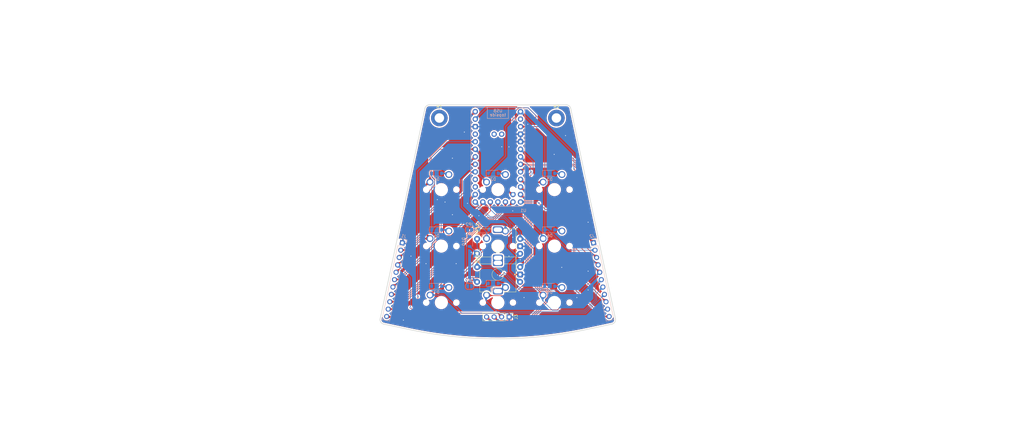
<source format=kicad_pcb>
(kicad_pcb (version 20240108) (generator "pcbnew") (generator_version "8.0")
  (layers (0 "F.Cu" signal) (31 "B.Cu" signal) (34 "B.Paste" user) (35 "F.Paste" user) (36 "B.SilkS" user "B.Silkscreen") (37 "F.SilkS" user "F.Silkscreen") (38 "B.Mask" user) (39 "F.Mask" user) (44 "Edge.Cuts" user))
  (net 0 "")
  (net 1 "col5")
  (net 2 "Net-(D1-A)")
  (net 3 "row2")
  (net 4 "row0")
  (net 5 "col4")
  (net 6 "col2")
  (net 7 "col3")
  (net 8 "row1")
  (net 9 "row3")
  (net 10 "col0")
  (net 11 "col1")
  (net 12 "col8")
  (net 13 "row5")
  (net 14 "col10")
  (net 15 "col6")
  (net 16 "GND")
  (net 17 "col9")
  (net 18 "row4")
  (net 19 "col7")
  (net 20 "col11")
  (net 21 "Net-(D2-A)")
  (net 22 "Net-(D3-A)")
  (net 23 "Net-(D4-A)")
  (net 24 "Net-(D5-A)")
  (net 27 "Net-(D6-A)")
  (net 30 "Net-(D7-A)")
  (net 32 "Net-(D8-A)")
  (net 33 "Net-(D9-A)")
  (net 34 "Net-(D10-A)")
  (net 35 "raw")
  (net 36 "rgb")
  (net 37 "sda")
  (net 38 "vcc")
  (net 39 "scl")
  (net 40 "enc1")
  (net 42 "enc0")
  (net 43 "Net-(D8-K)")
  (net 44 "Net-(D5-K)")
  (footprint "MountingHole:MountingHole_3.2mm_M3_DIN965_Pad" (layer "F.Cu") (at 217.916446 138.860167)
    (property "Reference" "H2")
    (property "Value" "MountingHole")
  )
  (footprint "PCM_marbastlib-mx:SW_MX_1u" (layer "F.Cu") (at 179.145 182.05)
    (property "Reference" "SW4" (hide yes))
    (property "Value" "SW_Push_45deg")
  )
  (footprint "PCM_marbastlib-various:ROT_Alps_EC11E-Switch" (layer "F.Cu") (at 198.195 182.1125 90)
    (property "Reference" "SW11")
    (property "Value" "RotaryEncoder_Switch")
  )
  (footprint "Connector_PinHeader_2.54mm:PinHeader_1x04_P2.54mm_Vertical" (layer "F.Cu") (at 201.995 205.925 -90)
    (property "Reference" "J3")
    (property "Value" "Conn_01x04")
  )
  (footprint "PCM_marbastlib-mx:SW_MX_1u" (layer "F.Cu") (at 198.195 201.1)
    (property "Reference" "SW8" (hide yes))
    (property "Value" "SW_Push_45deg")
  )
  (footprint "MountingHole:MountingHole_3.2mm_M3_DIN965_Pad" (layer "F.Cu") (at 178.485446 138.860167)
    (property "Reference" "H1")
    (property "Value" "MountingHole")
  )
  (footprint "PCM_marbastlib-mx:SW_MX_1u" (layer "F.Cu") (at 198.195 163)
    (property "Reference" "SW2" (hide yes))
    (property "Value" "SW_Push_45deg")
  )
  (footprint "PCM_marbastlib-various:ROT_Alps_EC11E-Switch" (layer "F.Cu") (at 198.195 191.6375 90)
    (property "Reference" "SW10")
    (property "Value" "RotaryEncoder_Switch")
  )
  (footprint "PCM_marbastlib-mx:SW_MX_1u" (layer "F.Cu") (at 217.245 182.05)
    (property "Reference" "SW6" (hide yes))
    (property "Value" "SW_Push_45deg")
  )
  (footprint "PCM_marbastlib-mx:SW_MX_1u" (layer "F.Cu") (at 217.245 163)
    (property "Reference" "SW3" (hide yes))
    (property "Value" "SW_Push_45deg")
  )
  (footprint "PCM_marbastlib-mx:SW_MX_1u" (layer "F.Cu") (at 179.145 163)
    (property "Reference" "SW1" (hide yes))
    (property "Value" "SW_Push_45deg")
  )
  (footprint "PCM_marbastlib-mx:SW_MX_1u" (layer "F.Cu") (at 217.245 201.1)
    (property "Reference" "SW9" (hide yes))
    (property "Value" "SW_Push_45deg")
  )
  (footprint "PCM_marbastlib-mx:SW_MX_1u" (layer "F.Cu") (at 179.145 201.1)
    (property "Reference" "SW7" (hide yes))
    (property "Value" "SW_Push_45deg")
  )
  (footprint "PCM_marbastlib-mx:SW_MX_1u" (layer "F.Cu") (at 198.195 182.05)
    (property "Reference" "SW5" (hide yes))
    (property "Value" "SW_Push_45deg")
  )
  (footprint "Connector_PinHeader_2.54mm:PinHeader_1x11_P2.54mm_Vertical" (layer "B.Cu") (at 230.399607 180.945708 -168)
    (property "Reference" "J2")
    (property "Value" "Conn_01x11")
  )
  (footprint "Connector_PinHeader_2.54mm:PinHeader_1x11_P2.54mm_Vertical" (layer "B.Cu") (at 166.008871 180.945708 168)
    (property "Reference" "J1")
    (property "Value" "Conn_01x11")
  )
  (footprint "Jumper:SolderJumper-2_P1.3mm_Open_RoundedPad1.0x1.5mm" (layer "B.Cu") (at 188.67 176.55625 180)
    (property "Reference" "JP2")
    (property "Value" "SolderJumper_2_Open")
  )
  (footprint "Diode_SMD:D_SOD-123" (layer "B.Cu") (at 177.5575 176.55625)
    (property "Reference" "D4")
    (property "Value" "D")
  )
  (footprint "Diode_SMD:D_SOD-123" (layer "B.Cu") (at 177.5575 195.60625)
    (property "Reference" "D7")
    (property "Value" "D")
  )
  (footprint "Diode_SMD:D_SOD-123" (layer "B.Cu") (at 215.6575 157.50625)
    (property "Reference" "D3")
    (property "Value" "D")
  )
  (footprint "Diode_SMD:D_SOD-123" (layer "B.Cu") (at 196.6075 157.50625)
    (property "Reference" "D2")
    (property "Value" "D")
  )
  (footprint "PCM_marbastlib-xp-promicroish:Helios_AH_USBup" (layer "B.Cu") (at 198.200946 153.2 180)
    (property "Reference" "U1")
    (property "Value" "Helios")
  )
  (footprint "Diode_SMD:D_SOD-123" (layer "B.Cu") (at 215.6575 176.55625)
    (property "Reference" "D6")
    (property "Value" "D")
  )
  (footprint "Jumper:SolderJumper-2_P1.3mm_Open_RoundedPad1.0x1.5mm" (layer "B.Cu") (at 188.67 195.60625 180)
    (property "Reference" "JP1")
    (property "Value" "SolderJumper_2_Open")
  )
  (footprint "Diode_SMD:D_SOD-123" (layer "B.Cu") (at 215.6575 195.60625)
    (property "Reference" "D9")
    (property "Value" "D")
  )
  (footprint "Diode_SMD:D_SOD-123" (layer "B.Cu") (at 196.6075 194.6)
    (property "Reference" "D8")
    (property "Value" "D")
  )
  (footprint "Diode_SMD:D_SOD-123" (layer "B.Cu") (at 177.5575 157.50625)
    (property "Reference" "D1")
    (property "Value" "D")
  )
  (footprint "Diode_SMD:D_SOD-123" (layer "B.Cu") (at 193.495 176.55625)
    (property "Reference" "D5")
    (property "Value" "D")
  )
  (footprint "Diode_SMD:D_SOD-123" (layer "B.Cu") (at 188.67 180.525 -90)
    (property "Reference" "D10")
    (property "Value" "D")
  )
  (gr_line (start 175.097744 134.423367) (end 221.249147 134.423367) (stroke (width 0.2)) (layer "Edge.Cuts"))
  (gr_arc (start 221.249147 134.423367) (mid 222.193127 134.757648) (end 222.716368 135.611499) (stroke (width 0.2)) (layer "Edge.Cuts"))
  (gr_line (start 159.711541 208.342098) (end 168.175247 210.141117) (stroke (width 0.2)) (layer "Edge.Cuts"))
  (gr_line (start 158.551295 206.553872) (end 173.630547 135.611467) (stroke (width 0.2)) (layer "Edge.Cuts"))
  (gr_arc (start 228.171647 210.141116) (mid 198.173487 213.294063) (end 168.175326 210.141133) (stroke (width 0.2)) (layer "Edge.Cuts"))
  (gr_arc (start 159.704979 208.340718) (mid 158.75884 207.690455) (end 158.549626 206.561629) (stroke (width 0.2)) (layer "Edge.Cuts"))
  (gr_arc (start 173.630526 135.611499) (mid 174.153765 134.757648) (end 175.097744 134.423367) (stroke (width 0.2)) (layer "Edge.Cuts"))
  (gr_line (start 236.641915 208.340718) (end 228.171647 210.141116) (stroke (width 0.2)) (layer "Edge.Cuts"))
  (gr_line (start 222.716368 135.611499) (end 237.798808 206.56897) (stroke (width 0.2)) (layer "Edge.Cuts"))
  (gr_arc (start 237.797268 206.561629) (mid 237.588038 207.690436) (end 236.641915 208.340718) (stroke (width 0.2)) (layer "Edge.Cuts"))
  (segment (start 176.8011 181.8989) (end 176.8011 181.079125) (width 0.2) (layer "F.Cu") (net 1))
  (segment (start 176.3 182.4) (end 176.8011 181.8989) (width 0.2) (layer "F.Cu") (net 1))
  (segment (start 176.8011 181.079125) (end 179.360225 178.52) (width 0.2) (layer "F.Cu") (net 1))
  (segment (start 193.120946 167.779054) (end 193.120946 167.17) (width 0.2) (layer "F.Cu") (net 1))
  (segment (start 182.38 178.52) (end 193.120946 167.779054) (width 0.2) (layer "F.Cu") (net 1))
  (segment (start 179.360225 178.52) (end 182.38 178.52) (width 0.2) (layer "F.Cu") (net 1))
  (segment (start 176.292974 182.4) (end 176.3 182.4) (width 0.2) (layer "F.Cu") (net 1))
  (segment (start 162.840297 195.852677) (end 176.292974 182.4) (width 0.2) (layer "F.Cu") (net 1))
  (segment (start 193.120946 167.17) (end 197.575946 171.625) (width 0.2) (layer "B.Cu") (net 1))
  (segment (start 213.435 178.61) (end 213.435 179.51) (width 0.2) (layer "B.Cu") (net 1))
  (segment (start 206.45 171.625) (end 213.435 178.61) (width 0.2) (layer "B.Cu") (net 1))
  (segment (start 197.575946 171.625) (end 206.45 171.625) (width 0.2) (layer "B.Cu") (net 1))
  (segment (start 181.27125 157.50625) (end 181.685 157.92) (width 0.2) (layer "B.Cu") (net 2))
  (segment (start 179.2075 157.50625) (end 181.27125 157.50625) (width 0.2) (layer "B.Cu") (net 2))
  (segment (start 183.717588 180.825) (end 186.475306 180.825) (width 0.2) (layer "F.Cu") (net 3))
  (segment (start 161.25601 203.306162) (end 163.994144 203.306162) (width 0.2) (layer "F.Cu") (net 3))
  (segment (start 182.575153 181.967435) (end 183.717588 180.825) (width 0.2) (layer "F.Cu") (net 3))
  (segment (start 194.275305 173.025) (end 196.71884 173.025) (width 0.2) (layer "F.Cu") (net 3))
  (segment (start 182.575153 184.725153) (end 182.575153 181.967435) (width 0.2) (layer "F.Cu") (net 3))
  (segment (start 186.475306 180.825) (end 186.487653 180.812653) (width 0.2) (layer "F.Cu") (net 3))
  (segment (start 193.982412 173.317893) (end 194.275305 173.025) (width 0.2) (layer "F.Cu") (net 3))
  (segment (start 196.71884 173.025) (end 200.740946 169.002894) (width 0.2) (layer "F.Cu") (net 3))
  (segment (start 200.740946 169.002894) (end 200.740946 167.17) (width 0.2) (layer "F.Cu") (net 3))
  (segment (start 163.994144 203.306162) (end 182.575153 184.725153) (width 0.2) (layer "F.Cu") (net 3))
  (segment (start 186.487653 180.812653) (end 193.982412 173.317893) (width 0.2) (layer "F.Cu") (net 3))
  (segment (start 162.312201 198.337172) (end 167.548922 198.337172) (width 0.2) (layer "F.Cu") (net 4))
  (segment (start 183.303374 179.825) (end 186.061093 179.825) (width 0.2) (layer "F.Cu") (net 4))
  (segment (start 192.184099 173.701994) (end 192.184099 173.701992) (width 0.2) (layer "F.Cu") (net 4))
  (segment (start 181.575153 184.310941) (end 181.575153 181.553221) (width 0.2) (layer "F.Cu") (net 4))
  (segment (start 167.548922 198.337172) (end 181.575153 184.310941) (width 0.2) (layer "F.Cu") (net 4))
  (segment (start 181.575153 181.553221) (end 183.303374 179.825) (width 0.2) (layer "F.Cu") (net 4))
  (segment (start 192.184099 173.701992) (end 195.660946 170.225145) (width 0.2) (layer "F.Cu") (net 4))
  (segment (start 186.061093 179.825) (end 192.184099 173.701994) (width 0.2) (layer "F.Cu") (net 4))
  (segment (start 195.660946 170.225145) (end 195.660946 167.17) (width 0.2) (layer "F.Cu") (net 4))
  (segment (start 189.515 157.01) (end 190.580946 157.01) (width 0.2) (layer "F.Cu") (net 5))
  (segment (start 176.3011 180.872019) (end 179.08656 178.086559) (width 0.2) (layer "F.Cu") (net 5))
  (segment (start 179.08656 178.086559) (end 179.08656 171.61344) (width 0.2) (layer "F.Cu") (net 5))
  (segment (start 179.08656 171.61344) (end 186.9 163.8) (width 0.2) (layer "F.Cu") (net 5))
  (segment (start 176.3011 181.637558) (end 176.3011 180.872019) (width 0.2) (layer "F.Cu") (net 5))
  (segment (start 163.368394 193.368183) (end 164.570475 193.368183) (width 0.2) (layer "F.Cu") (net 5))
  (segment (start 186.9 159.625) (end 189.515 157.01) (width 0.2) (layer "F.Cu") (net 5))
  (segment (start 186.9 163.8) (end 186.9 159.625) (width 0.2) (layer "F.Cu") (net 5))
  (segment (start 164.570475 193.368183) (end 176.3011 181.637558) (width 0.2) (layer "F.Cu") (net 5))
  (segment (start 188.665 157.01) (end 190.580946 157.01) (width 0.2) (layer "B.Cu") (net 5))
  (segment (start 185.9 168.825) (end 185.9 159.775) (width 0.2) (layer "B.Cu") (net 5))
  (segment (start 194.385 177.31) (end 185.9 168.825) (width 0.2) (layer "B.Cu") (net 5))
  (segment (start 185.9 159.775) (end 188.665 157.01) (width 0.2) (layer "B.Cu") (net 5))
  (segment (start 194.385 179.51) (end 194.385 177.31) (width 0.2) (layer "B.Cu") (net 5))
  (segment (start 215.290623 196.809378) (end 215.985 197.503755) (width 0.2) (layer "F.Cu") (net 6))
  (segment (start 164.424584 188.399193) (end 166.749742 186.074035) (width 0.2) (layer "F.Cu") (net 6))
  (segment (start 219.6 202.2) (end 218.244188 203.555812) (width 0.2) (layer "F.Cu") (net 6))
  (segment (start 212.948159 195.951841) (end 214.433087 195.951841) (width 0.2) (layer "F.Cu") (net 6))
  (segment (start 215.985 197.503755) (end 216.96353 197.503755) (width 0.2) (layer "F.Cu") (net 6))
  (segment (start 182.5 162.992588) (end 173.85 171.642588) (width 0.2) (layer "F.Cu") (net 6))
  (segment (start 214.433087 195.951841) (end 215.290623 196.809378) (width 0.2) (layer "F.Cu") (net 6))
  (segment (start 174.075 208.175) (end 168.7 202.8) (width 0.2) (layer "F.Cu") (net 6))
  (segment (start 184.292893 160.492588) (end 184.292893 158.218053) (width 0.2) (layer "F.Cu") (net 6))
  (segment (start 184.292893 160.492588) (end 182.5 162.285481) (width 0.2) (layer "F.Cu") (net 6))
  (segment (start 166.749742 184.824742) (end 166.749743 184.824742) (width 0.2) (layer "F.Cu") (net 6))
  (segment (start 173.774742 177.799742) (end 173.85 177.724485) (width 0.2) (layer "F.Cu") (net 6))
  (segment (start 166.749742 186.074035) (end 166.749742 184.824742) (width 0.2) (layer "F.Cu") (net 6))
  (segment (start 212.855813 203.555812) (end 208.236625 208.175) (width 0.2) (layer "F.Cu") (net 6))
  (segment (start 209.620946 162.647709) (end 209.620946 191.8) (width 0.2) (layer "F.Cu") (net 6))
  (segment (start 218.244188 203.555812) (end 212.855813 203.555812) (width 0.2) (layer "F.Cu") (net 6))
  (segment (start 213.435 160.46) (end 211.808655 160.46) (width 0.2) (layer "F.Cu") (net 6))
  (segment (start 182.5 162.285481) (end 182.5 162.992588) (width 0.2) (layer "F.Cu") (net 6))
  (segment (start 166.749743 184.824742) (end 173.774742 177.799742) (width 0.2) (layer "F.Cu") (net 6))
  (segment (start 209.620946 191.8) (end 209.620946 192.624628) (width 0.2) (layer "F.Cu") (net 6))
  (segment (start 173.85 177.724485) (end 173.85 171.642588) (width 0.2) (layer "F.Cu") (net 6))
  (segment (start 175.175 208.175) (end 174.075 208.175) (width 0.2) (layer "F.Cu") (net 6))
  (segment (start 216.96353 197.503755) (end 219.6 200.140225) (width 0.2) (layer "F.Cu") (net 6))
  (segment (start 219.6 200.140225) (end 219.6 202.2) (width 0.2) (layer "F.Cu") (net 6))
  (segment (start 184.292893 158.218053) (end 190.580946 151.93) (width 0.2) (layer "F.Cu") (net 6))
  (segment (start 208.236625 208.175) (end 175.175 208.175) (width 0.2) (layer "F.Cu") (net 6))
  (segment (start 209.620946 192.624628) (end 212.948159 195.951841) (width 0.2) (layer "F.Cu") (net 6))
  (segment (start 211.808655 160.46) (end 209.620946 162.647709) (width 0.2) (layer "F.Cu") (net 6))
  (via (at 168.7 202.8) (size 0.6) (drill 0.3) (layers "F.Cu" "B.Cu") (net 6))
  (segment (start 168.7 192.674609) (end 164.424584 188.399193) (width 0.2) (layer "B.Cu") (net 6))
  (segment (start 168.7 202.8) (end 168.7 192.674609) (width 0.2) (layer "B.Cu") (net 6))
  (segment (start 175.335 179.51) (end 174.35 178.525) (width 0.2) (layer "F.Cu") (net 7))
  (segment (start 163.896488 190.883688) (end 167.249742 187.530434) (width 0.2) (layer "F.Cu") (net 7))
  (segment (start 183 163.199694) (end 183 162.492588) (width 0.2) (layer "F.Cu") (net 7))
  (segment (start 167.249742 187.530434) (end 167.249742 185.031849) (width 0.2) (layer "F.Cu") (net 7))
  (segment (start 188.748052 154.47) (end 190.580946 154.47) (width 0.2) (layer "F.Cu") (net 7))
  (segment (start 174.35 178.525) (end 174.35 171.849694) (width 0.2) (layer "F.Cu") (net 7))
  (segment (start 183 162.492588) (end 184.792893 160.699695) (width 0.2) (layer "F.Cu") (net 7))
  (segment (start 174.35 171.849694) (end 183 163.199694) (width 0.2) (layer "F.Cu") (net 7))
  (segment (start 184.792893 158.425159) (end 188.748052 154.47) (width 0.2) (layer "F.Cu") (net 7))
  (segment (start 172.77159 179.51) (end 175.335 179.51) (width 0.2) (layer "F.Cu") (net 7))
  (segment (start 171.990795 180.290795) (end 172.77159 179.51) (width 0.2) (layer "F.Cu") (net 7))
  (segment (start 167.249742 185.031849) (end 171.990795 180.290795) (width 0.2) (layer "F.Cu") (net 7))
  (segment (start 184.792893 160.699695) (end 184.792893 158.425159) (width 0.2) (layer "F.Cu") (net 7))
  (segment (start 186.268199 180.325) (end 192.684099 173.9091) (width 0.2) (layer "F.Cu") (net 8))
  (segment (start 192.684099 173.909099) (end 194.068198 172.525) (width 0.2) (layer "F.Cu") (net 8))
  (segment (start 161.784105 200.821667) (end 165.771533 200.821667) (width 0.2) (layer "F.Cu") (net 8))
  (segment (start 165.771533 200.821667) (end 182.075153 184.518047) (width 0.2) (layer "F.Cu") (net 8))
  (segment (start 182.075153 184.518047) (end 182.075153 181.760328) (width 0.2) (layer "F.Cu") (net 8))
  (segment (start 182.075153 181.760328) (end 183.510481 180.325) (width 0.2) (layer "F.Cu") (net 8))
  (segment (start 196.511734 172.525) (end 198.200946 170.835788) (width 0.2) (layer "F.Cu") (net 8))
  (segment (start 192.684099 173.9091) (end 192.684099 173.909099) (width 0.2) (layer "F.Cu") (net 8))
  (segment (start 198.200946 170.835788) (end 198.200946 167.17) (width 0.2) (layer "F.Cu") (net 8))
  (segment (start 194.068198 172.525) (end 196.511734 172.525) (width 0.2) (layer "F.Cu") (net 8))
  (segment (start 183.510481 180.325) (end 186.268199 180.325) (width 0.2) (layer "F.Cu") (net 8))
  (segment (start 194.482412 173.525) (end 162.216755 205.790657) (width 0.2) (layer "F.Cu") (net 9))
  (segment (start 162.216755 205.790657) (end 160.727914 205.790657) (width 0.2) (layer "F.Cu") (net 9))
  (segment (start 196.925946 173.525) (end 194.482412 173.525) (width 0.2) (layer "F.Cu") (net 9))
  (segment (start 203.280946 167.17) (end 196.925946 173.525) (width 0.2) (layer "F.Cu") (net 9))
  (segment (start 172.84 162.492588) (end 174.872588 160.46) (width 0.2) (layer "F.Cu") (net 10))
  (segment (start 166.682856 183.430203) (end 172.84 177.273059) (width 0.2) (layer "F.Cu") (net 10))
  (segment (start 175.335 160.46) (end 175.335 151.935946) (width 0.2) (layer "F.Cu") (net 10))
  (segment (start 172.84 177.273059) (end 172.84 162.492588) (width 0.2) (layer "F.Cu") (net 10))
  (segment (start 174.872588 160.46) (end 175.335 160.46) (width 0.2) (layer "F.Cu") (net 10))
  (segment (start 175.335 151.935946) (end 190.580946 136.69) (width 0.2) (layer "F.Cu") (net 10))
  (segment (start 165.480775 183.430203) (end 166.682856 183.430203) (width 0.2) (layer "F.Cu") (net 10))
  (segment (start 175.835 158.45) (end 175.835 152.143052) (width 0.2) (layer "F.Cu") (net 11))
  (segment (start 173.35 165.447412) (end 175.29 163.507412) (width 0.2) (layer "F.Cu") (net 11))
  (segment (start 176.885 161.63) (end 176.885 159.5) (width 0.2) (layer "F.Cu") (net 11))
  (segment (start 164.95268 185.914698) (end 173.35 177.517378) (width 0.2) (layer "F.Cu") (net 11))
  (segment (start 176.885 159.5) (end 175.835 158.45) (width 0.2) (layer "F.Cu") (net 11))
  (segment (start 175.29 163.507412) (end 175.29 163.225) (width 0.2) (layer "F.Cu") (net 11))
  (segment (start 178.588052 149.39) (end 190.580946 149.39) (width 0.2) (layer "F.Cu") (net 11))
  (segment (start 175.835 152.143052) (end 178.588052 149.39) (width 0.2) (layer "F.Cu") (net 11))
  (segment (start 175.29 163.225) (end 176.885 161.63) (width 0.2) (layer "F.Cu") (net 11))
  (segment (start 173.35 177.517378) (end 173.35 165.447412) (width 0.2) (layer "F.Cu") (net 11))
  (segment (start 194.385 160.46) (end 191.880946 157.955946) (width 0.2) (layer "B.Cu") (net 11))
  (segment (start 191.880946 150.69) (end 190.580946 149.39) (width 0.2) (layer "B.Cu") (net 11))
  (segment (start 191.880946 157.955946) (end 191.880946 150.69) (width 0.2) (layer "B.Cu") (net 11))
  (segment (start 208.120946 193.245946) (end 213.435 198.56) (width 0.2) (layer "F.Cu") (net 12))
  (segment (start 208.120946 161.85) (end 208.120946 193.245946) (width 0.2) (layer "F.Cu") (net 12))
  (segment (start 205.820946 159.55) (end 208.120946 161.85) (width 0.2) (layer "F.Cu") (net 12))
  (segment (start 227.344237 203.675) (end 230.95 200.069237) (width 0.2) (layer "B.Cu") (net 12))
  (segment (start 213.435 200.604775) (end 216.505225 203.675) (width 0.2) (layer "B.Cu") (net 12))
  (segment (start 213.435 198.56) (end 213.435 200.604775) (width 0.2) (layer "B.Cu") (net 12))
  (segment (start 230.95 200.069237) (end 230.95 195.45827) (width 0.2) (layer "B.Cu") (net 12))
  (segment (start 216.505225 203.675) (end 227.344237 203.675) (width 0.2) (layer "B.Cu") (net 12))
  (segment (start 230.95 195.45827) (end 233.040086 193.368184) (width 0.2) (layer "B.Cu") (net 12))
  (segment (start 200.3 191.1) (end 198.6625 192.7375) (width 0.2) (layer "F.Cu") (net 13))
  (segment (start 198.6625 192.7375) (end 188.223004 192.7375) (width 0.2) (layer "F.Cu") (net 13))
  (segment (start 188.223004 192.7375) (end 187.560504 193.4) (width 0.2) (layer "F.Cu") (net 13))
  (via (at 200.3 191.1) (size 0.6) (drill 0.3) (layers "F.Cu" "B.Cu") (net 13))
  (via (at 187.560504 193.4) (size 0.6) (drill 0.3) (layers "F.Cu" "B.Cu") (net 13))
  (segment (start 200.770946 141.74) (end 205.820946 136.69) (width 0.2) (layer "B.Cu") (net 13))
  (segment (start 214.0075 162.079532) (end 214.985 161.102032) (width 0.2) (layer "B.Cu") (net 13))
  (segment (start 200.5 191.3) (end 200.3 191.1) (width 0.2) (layer "B.Cu") (net 13))
  (segment (start 175.9075 158.840468) (end 175.9075 157.50625) (width 0.2) (layer "B.Cu") (net 13))
  (segment (start 176.885 178.867968) (end 175.9075 177.890468) (width 0.2) (layer "B.Cu") (net 13))
  (segment (start 214.0075 158.8675) (end 214.0075 157.50625) (width 0.2) (layer "B.Cu") (net 13))
  (segment (start 214.0075 181.129532) (end 214.985 180.152032) (width 0.2) (layer "B.Cu") (net 13))
  (segment (start 214.0075 176.55625) (end 215.066025 176.55625) (width 0.2) (layer "B.Cu") (net 13))
  (segment (start 214.0075 157.50625) (end 214.0075 144.876554) (width 0.2) (layer "B.Cu") (net 13))
  (segment (start 176.885 159.817968) (end 175.9075 158.840468) (width 0.2) (layer "B.Cu") (net 13))
  (segment (start 205.927601 196.35) (end 200.877601 191.3) (width 0.2) (layer "B.Cu") (net 13))
  (segment (start 214.042032 158.875) (end 214 158.875) (width 0.2) (layer "B.Cu") (net 13))
  (segment (start 188.02 178.225) (end 188.67 178.875) (width 0.2) (layer "B.Cu") (net 13))
  (segment (start 186.56375 175.1) (end 177.36375 175.1) (width 0.2) (layer "B.Cu") (net 13))
  (segment (start 215.066025 176.55625) (end 221.939978 183.430203) (width 0.2) (layer "B.Cu") (net 13))
  (segment (start 175.9075 181.129532) (end 176.885 180.152032) (width 0.2) (layer "B.Cu") (net 13))
  (segment (start 214.985 180.152032) (end 214.985 178.867968) (width 0.2) (layer "B.Cu") (net 13))
  (segment (start 187.560504 195.146754) (end 187.560504 193.4) (width 0.2) (layer "B.Cu") (net 13))
  (segment (start 188.02 195.60625) (end 187.560504 195.146754) (width 0.2) (layer "B.Cu") (net 13))
  (segment (start 176.885 180.152032) (end 176.885 178.867968) (width 0.2) (layer "B.Cu") (net 13))
  (segment (start 200.770946 151.692804) (end 200.770946 141.74) (width 0.2) (layer "B.Cu") (net 13))
  (segment (start 200.877601 191.3) (end 200.5 191.3) (width 0.2) (layer "B.Cu") (net 13))
  (segment (start 194.9575 157.50625) (end 200.770946 151.692804) (width 0.2) (layer "B.Cu") (net 13))
  (segment (start 214.0075 177.890468) (end 214.0075 176.55625) (width 0.2) (layer "B.Cu") (net 13))
  (segment (start 214.985 159.817968) (end 214.042032 158.875) (width 0.2) (layer "B.Cu") (net 13))
  (segment (start 214.985 178.867968) (end 214.0075 177.890468) (width 0.2) (layer "B.Cu") (net 13))
  (segment (start 177.36375 175.1) (end 175.9075 176.55625) (width 0.2) (layer "B.Cu") (net 13))
  (segment (start 213.26375 196.35) (end 211.4 196.35) (width 0.2) (layer "B.Cu") (net 13))
  (segment (start 188.02 176.55625) (end 186.56375 175.1) (width 0.2) (layer "B.Cu") (net 13))
  (segment (start 187.560504 193.4) (end 187.560504 179.984496) (width 0.2) (layer "B.Cu") (net 13))
  (segment (start 214.0075 195.60625) (end 214.0075 181.129532) (width 0.2) (layer "B.Cu") (net 13))
  (segment (start 175.9075 162.079532) (end 176.885 161.102032) (width 0.2) (layer "B.Cu") (net 13))
  (segment (start 214.985 161.102032) (end 214.985 159.817968) (width 0.2) (layer "B.Cu") (net 13))
  (segment (start 214.0075 176.55625) (end 214.0075 162.079532) (width 0.2) (layer "B.Cu") (net 13))
  (segment (start 214.0075 144.876554) (end 205.820946 136.69) (width 0.2) (layer "B.Cu") (net 13))
  (segment (start 187.560504 179.984496) (end 188.67 178.875) (width 0.2) (layer "B.Cu") (net 13))
  (segment (start 214 158.875) (end 214.0075 158.8675) (width 0.2) (layer "B.Cu") (net 13))
  (segment (start 221.939978 183.430203) (end 230.927702 183.430203) (width 0.2) (layer "B.Cu") (net 13))
  (segment (start 175.9075 177.890468) (end 175.9075 176.55625) (width 0.2) (layer "B.Cu") (net 13))
  (segment (start 175.9075 195.60625) (end 175.9075 181.129532) (width 0.2) (layer "B.Cu") (net 13))
  (segment (start 175.9075 176.55625) (end 175.9075 162.079532) (width 0.2) (layer "B.Cu") (net 13))
  (segment (start 176.885 161.102032) (end 176.885 159.817968) (width 0.2) (layer "B.Cu") (net 13))
  (segment (start 211.4 196.35) (end 205.927601 196.35) (width 0.2) (layer "B.Cu") (net 13))
  (segment (start 188.02 176.55625) (end 188.02 178.225) (width 0.2) (layer "B.Cu") (net 13))
  (segment (start 214.0075 195.60625) (end 213.26375 196.35) (width 0.2) (layer "B.Cu") (net 13))
  (segment (start 224.025212 154.47) (end 205.820946 154.47) (width 0.2) (layer "F.Cu") (net 14))
  (segment (start 225.25 181.665299) (end 225.25 155.694788) (width 0.2) (layer "F.Cu") (net 14))
  (segment (start 225.25 155.694788) (end 224.025212 154.47) (width 0.2) (layer "F.Cu") (net 14))
  (segment (start 231.983894 188.399193) (end 225.25 181.665299) (width 0.2) (layer "F.Cu") (net 14))
  (segment (start 197.224125 179.7061) (end 192.595 184.335225) (width 0.2) (layer "F.Cu") (net 15))
  (segment (start 192.595 184.335225) (end 192.595 185.192399) (width 0.2) (layer "F.Cu") (net 15))
  (segment (start 183.562399 194.225) (end 179.67 194.225) (width 0.2) (layer "F.Cu") (net 15))
  (segment (start 192.595 185.192399) (end 183.562399 194.225) (width 0.2) (layer "F.Cu") (net 15))
  (segment (start 205.820946 164.63) (end 207.120946 165.93) (width 0.2) (layer "F.Cu") (net 15))
  (segment (start 207.120946 165.93) (end 207.120946 172.776086) (width 0.2) (layer "F.Cu") (net 15))
  (segment (start 179.67 194.225) (end 175.335 198.56) (width 0.2) (layer "F.Cu") (net 15))
  (segment (start 200.190932 179.7061) (end 197.224125 179.7061) (width 0.2) (layer "F.Cu") (net 15))
  (segment (start 207.120946 172.776086) (end 200.190932 179.7061) (width 0.2) (layer "F.Cu") (net 15))
  (segment (start 179.919775 198.56) (end 186.034775 204.675) (width 0.2) (layer "B.Cu") (net 15))
  (segment (start 175.335 198.56) (end 179.919775 198.56) (width 0.2) (layer "B.Cu") (net 15))
  (segment (start 227.758449 204.675) (end 234.096277 198.337172) (width 0.2) (layer "B.Cu") (net 15))
  (segment (start 186.034775 204.675) (end 227.758449 204.675) (width 0.2) (layer "B.Cu") (net 15))
  (segment (start 184.15 171.45) (end 187.96 167.64) (width 0.2) (layer "F.Cu") (net 16))
  (segment (start 182.88 171.45) (end 184.15 171.45) (width 0.2) (layer "F.Cu") (net 16))
  (segment (start 201.93 148.59) (end 199.39 148.59) (width 0.2) (layer "F.Cu") (net 16))
  (via (at 228.6 196.85) (size 0.6) (drill 0.3) (layers "F.Cu" "B.Cu") (net 16))
  (via (at 228.6 190.5) (size 0.6) (drill 0.3) (layers "F.Cu" "B.Cu") (net 16))
  (via (at 189.23 184.15) (size 0.6) (drill 0.3) (layers "F.Cu" "B.Cu") (net 16))
  (via (at 224.79 199.39) (size 0.6) (drill 0.3) (layers "F.Cu" "B.Cu") (net 16))
  (via (at 217.17 151.13) (size 0.6) (drill 0.3) (layers "F.Cu" "B.Cu") (net 16))
  (via (at 203.2 179.07) (size 0.6) (drill 0.3) (layers "F.Cu" "B.Cu") (net 16))
  (via (at 184.15 187.96) (size 0.6) (drill 0.3) (layers "F.Cu" "B.Cu") (net 16))
  (via (at 205.74 186.69) (size 0.6) (drill 0.3) (layers "F.Cu" "B.Cu") (net 16))
  (via (at 208.28 140.97) (size 0.6) (drill 0.3) (layers "F.Cu" "B.Cu") (net 16))
  (via (at 201.93 185.42) (size 0.6) (drill 0.3) (layers "F.Cu" "B.Cu") (net 16))
  (via (at 219.71 189.23) (size 0.6) (drill 0.3) (layers "F.Cu" "B.Cu") (net 16))
  (via (at 177.8 166.37) (size 0.6) (drill 0.3) (layers "F.Cu" "B.Cu") (net 16))
  (via (at 220.98 144.78) (size 0.6) (drill 0.3) (layers "F.Cu" "B.Cu") (net 16))
  (via (at 201.93 148.59) (size 0.6) (drill 0.3) (layers "F.Cu" "B.Cu") (net 16))
  (via (at 187.96 167.64) (size 0.6) (drill 0.3) (layers "F.Cu" "B.Cu") (net 16))
  (via (at 173.99 187.96) (size 0.6) (drill 0.3) (layers "F.Cu" "B.Cu") (net 16))
  (via (at 186.9 143.6) (size 0.6) (drill 0.3) (layers "F.Cu" "B.Cu") (net 16))
  (via (at 198.12 191.77) (size 0.6) (drill 0.3) (layers "F.Cu" "B.Cu") (net 16))
  (via (at 228.6 173.99) (size 0.6) (drill 0.3) (layers "F.Cu" "B.Cu") (net 16))
  (via (at 203.2 170.18) (size 0.6) (drill 0.3) (layers "F.Cu" "B.Cu") (net 16))
  (via (at 182.88 171.45) (size 0.6) (drill 0.3) (layers "F.Cu" "B.Cu") (net 16))
  (via (at 199.503327 148.556122) (size 0.6) (drill 0.3) (layers "F.Cu" "B.Cu") (net 16))
  (via (at 207.01 199.39) (size 0.6) (drill 0.3) (layers "F.Cu" "B.Cu") (net 16))
  (via (at 191.8 171.8) (size 0.6) (drill 0.3) (layers "F.Cu" "B.Cu") (net 16))
  (via (at 168.91 185.42) (size 0.6) (drill 0.3) (layers "F.Cu" "B.Cu") (net 16))
  (via (at 166.37 207.01) (size 0.6) (drill 0.3) (layers "F.Cu" "B.Cu") (net 16))
  (via (at 180.4 167.2) (size 0.6) (drill 0.3) (layers "F.Cu" "B.Cu") (net 16))
  (via (at 182.88 152.4) (size 0.6) (drill 0.3) (layers "F.Cu" "B.Cu") (net 16))
  (segment (start 205.695 182.1125) (end 207.095 183.5125) (width 0.2) (layer "B.Cu") (net 16))
  (segment (start 205.820946 144.31) (end 208.28 141.850946) (width 0.2) (layer "B.Cu") (net 16))
  (segment (start 204.295 190.2375) (end 205.695 191.6375) (width 0.2) (layer "B.Cu") (net 16))
  (segment (start 208.28 141.850946) (end 208.28 140.97) (width 0.2) (layer "B.Cu") (net 16))
  (segment (start 204.295 188.135) (end 204.295 190.2375) (width 0.2) (layer "B.Cu") (net 16))
  (segment (start 207.095 185.335) (end 204.295 188.135) (width 0.2) (layer "B.Cu") (net 16))
  (segment (start 207.095 183.5125) (end 207.095 185.335) (width 0.2) (layer "B.Cu") (net 16))
  (segment (start 223.818106 154.97) (end 207.860946 154.97) (width 0.2) (layer "F.Cu") (net 17))
  (segment (start 224.675 155.826894) (end 223.818106 154.97) (width 0.2) (layer "F.Cu") (net 17))
  (segment (start 232.51199 190.883688) (end 224.675 183.046698) (width 0.2) (layer "F.Cu") (net 17))
  (segment (start 224.675 183.046698) (end 224.675 155.826894) (width 0.2) (layer "F.Cu") (net 17))
  (segment (start 207.860946 154.97) (end 205.820946 157.01) (width 0.2) (layer "F.Cu") (net 17))
  (segment (start 232.51199 190.883688) (end 225.825678 197.57) (width 0.2) (layer "B.Cu") (net 17))
  (segment (start 225.825678 197.57) (end 219.142968 197.57) (width 0.2) (layer "B.Cu") (net 17))
  (segment (start 191.195 179.6125) (end 191.195 182.632601) (width 0.2) (layer "B.Cu") (net 17))
  (segment (start 192.595 185.192399) (end 191.195 186.592399) (width 0.2) (layer "B.Cu") (net 17))
  (segment (start 199.13995 191.8) (end 196.47745 189.1375) (width 0.2) (layer "B.Cu") (net 17))
  (segment (start 200.6 191.8) (end 199.13995 191.8) (width 0.2) (layer "B.Cu") (net 17))
  (segment (start 219.142968 197.57) (end 218.422968 196.85) (width 0.2) (layer "B.Cu") (net 17))
  (segment (start 191.195 182.632601) (end 192.595 184.032601) (width 0.2) (layer "B.Cu") (net 17))
  (segment (start 191.195 186.592399) (end 191.195 189.1375) (width 0.2) (layer "B.Cu") (net 17))
  (segment (start 218.422968 196.85) (end 205.65 196.85) (width 0.2) (layer "B.Cu") (net 17))
  (segment (start 192.595 184.032601) (end 192.595 185.192399) (width 0.2) (layer "B.Cu") (net 17))
  (segment (start 196.47745 189.1375) (end 191.195 189.1375) (width 0.2) (layer "B.Cu") (net 17))
  (segment (start 205.65 196.85) (end 200.6 191.8) (width 0.2) (layer "B.Cu") (net 17))
  (segment (start 214.2 169.725) (end 221.55 169.725) (width 0.2) (layer "F.Cu") (net 18))
  (segment (start 221.55 169.725) (end 223.6 171.775) (width 0.2) (layer "F.Cu") (net 18))
  (segment (start 223.6 171.775) (end 223.6 196.1) (width 0.2) (layer "F.Cu") (net 18))
  (segment (start 233.290657 205.790657) (end 235.680564 205.790657) (width 0.2) (layer "F.Cu") (net 18))
  (segment (start 212.05 167.575) (end 214.2 169.725) (width 0.2) (layer "F.Cu") (net 18))
  (segment (start 223.6 196.1) (end 233.290657 205.790657) (width 0.2) (layer "F.Cu") (net 18))
  (via (at 212.05 167.575) (size 0.6) (drill 0.3) (layers "F.Cu" "B.Cu") (net 18))
  (segment (start 205.820946 167.17) (end 211.645 167.17) (width 0.2) (layer "B.Cu") (net 18))
  (segment (start 211.645 167.17) (end 212.05 167.575) (width 0.2) (layer "B.Cu") (net 18))
  (segment (start 203.074899 198.7375) (end 194.5625 198.7375) (width 0.2) (layer "F.Cu") (net 19))
  (segment (start 194.5625 198.7375) (end 194.385 198.56) (width 0.2) (layer "F.Cu") (net 19))
  (segment (start 207.620946 163.89) (end 207.620946 194.191453) (width 0.2) (layer "F.Cu") (net 19))
  (segment (start 207.620946 194.191453) (end 203.074899 198.7375) (width 0.2) (layer "F.Cu") (net 19))
  (segment (start 205.820946 162.09) (end 207.620946 163.89) (width 0.2) (layer "F.Cu") (net 19))
  (segment (start 227.551343 204.175) (end 231.45 200.276343) (width 0.2) (layer "B.Cu") (net 19))
  (segment (start 194.385 200.604775) (end 197.955225 204.175) (width 0.2) (layer "B.Cu") (net 19))
  (segment (start 194.385 198.56) (end 194.385 200.604775) (width 0.2) (layer "B.Cu") (net 19))
  (segment (start 231.45 197.970858) (end 233.568181 195.852677) (width 0.2) (layer "B.Cu") (net 19))
  (segment (start 231.45 200.276343) (end 231.45 197.970858) (width 0.2) (layer "B.Cu") (net 19))
  (segment (start 197.955225 204.175) (end 227.551343 204.175) (width 0.2) (layer "B.Cu") (net 19))
  (segment (start 225.792853 180.251752) (end 231.455799 185.914698) (width 0.2) (layer "F.Cu") (net 20))
  (segment (start 212.032318 141.77) (end 225.792853 155.530535) (width 0.2) (layer "F.Cu") (net 20))
  (segment (start 225.792853 155.530535) (end 225.792853 180.251752) (width 0.2) (layer "F.Cu") (net 20))
  (segment (start 205.820946 141.77) (end 212.032318 141.77) (width 0.2) (layer "F.Cu") (net 20))
  (segment (start 198.2575 157.50625) (end 200.32125 157.50625) (width 0.2) (layer "B.Cu") (net 21))
  (segment (start 200.32125 157.50625) (end 200.735 157.92) (width 0.2) (layer "B.Cu") (net 21))
  (segment (start 217.3075 157.50625) (end 219.37125 157.50625) (width 0.2) (layer "B.Cu") (net 22))
  (segment (start 219.37125 157.50625) (end 219.785 157.92) (width 0.2) (layer "B.Cu") (net 22))
  (segment (start 181.27125 176.55625) (end 181.685 176.97) (width 0.2) (layer "B.Cu") (net 23))
  (segment (start 179.2075 176.55625) (end 181.27125 176.55625) (width 0.2) (layer "B.Cu") (net 23))
  (segment (start 200.403845 175.0125) (end 200.735 175.343655) (width 0.2) (layer "B.Cu") (net 24))
  (segment (start 200.735 175.343655) (end 200.735 176.97) (width 0.2) (layer "B.Cu") (net 24))
  (segment (start 195.145 175.95625) (end 196.08875 175.0125) (width 0.2) (layer "B.Cu") (net 24))
  (segment (start 196.08875 175.0125) (end 200.403845 175.0125) (width 0.2) (layer "B.Cu") (net 24))
  (segment (start 195.145 176.55625) (end 195.145 175.95625) (width 0.2) (layer "B.Cu") (net 24))
  (segment (start 217.3075 176.55625) (end 219.37125 176.55625) (width 0.2) (layer "B.Cu") (net 27))
  (segment (start 219.37125 176.55625) (end 219.785 176.97) (width 0.2) (layer "B.Cu") (net 27))
  (segment (start 179.2075 195.60625) (end 181.27125 195.60625) (width 0.2) (layer "B.Cu") (net 30))
  (segment (start 181.27125 195.60625) (end 181.685 196.02) (width 0.2) (layer "B.Cu") (net 30))
  (segment (start 199.315 194.6) (end 200.735 196.02) (width 0.2) (layer "B.Cu") (net 32))
  (segment (start 198.2575 197.175) (end 198.195 197.2375) (width 0.2) (layer "B.Cu") (net 32))
  (segment (start 198.2575 194.6) (end 199.315 194.6) (width 0.2) (layer "B.Cu") (net 32))
  (segment (start 217.3075 195.60625) (end 219.37125 195.60625) (width 0.2) (layer "B.Cu") (net 33))
  (segment (start 219.37125 195.60625) (end 219.785 196.02) (width 0.2) (layer "B.Cu") (net 33))
  (segment (start 188.7575 182.175) (end 188.67 182.175) (width 0.2) (layer "B.Cu") (net 34))
  (segment (start 189.795 192.7375) (end 189.795 186.0125) (width 0.2) (layer "B.Cu") (net 34))
  (segment (start 191.195 184.6125) (end 188.7575 182.175) (width 0.2) (layer "B.Cu") (net 34))
  (segment (start 191.195 194.1375) (end 189.795 192.7375) (width 0.2) (layer "B.Cu") (net 34))
  (segment (start 189.795 186.0125) (end 191.195 184.6125) (width 0.2) (layer "B.Cu") (net 34))
  (segment (start 224.1 157.1) (end 224.1 156.241844) (width 0.2) (layer "F.Cu") (net 35))
  (segment (start 224.1 156.241844) (end 223.791578 155.933422) (width 0.2) (layer "F.Cu") (net 35))
  (segment (start 234.624373 200.821667) (end 224.1 190.297294) (width 0.2) (layer "F.Cu") (net 35))
  (segment (start 224.1 190.297294) (end 224.1 157.1) (width 0.2) (layer "F.Cu") (net 35))
  (via (at 223.791578 155.933422) (size 0.6) (drill 0.3) (layers "F.Cu" "B.Cu") (net 35))
  (segment (start 190.580946 139.23) (end 194.420946 135.39) (width 0.2) (layer "B.Cu") (net 35))
  (segment (start 208.39 135.39) (end 223.791578 150.791578) (width 0.2) (layer "B.Cu") (net 35))
  (segment (start 223.791578 150.791578) (end 223.791578 155.933422) (width 0.2) (layer "B.Cu") (net 35))
  (segment (start 194.420946 135.39) (end 208.39 135.39) (width 0.2) (layer "B.Cu") (net 35))
  (segment (start 226.292853 176.838954) (end 226.292853 155.323428) (width 0.2) (layer "F.Cu") (net 36))
  (segment (start 213.484712 142.515288) (end 211 140.030576) (width 0.2) (layer "F.Cu") (net 36))
  (segment (start 202.05 163.507412) (end 203.172588 164.63) (width 0.2) (layer "F.Cu") (net 36))
  (segment (start 202.05 162.492588) (end 202.05 163.507412) (width 0.2) (layer "F.Cu") (net 36))
  (segment (start 211 138) (end 208.39 135.39) (width 0.2) (layer "F.Cu") (net 36))
  (segment (start 205.282468 135.39) (end 203.275 137.397468) (width 0.2) (layer "F.Cu") (net 36))
  (segment (start 203.275 161.267588) (end 202.05 162.492588) (width 0.2) (layer "F.Cu") (net 36))
  (segment (start 203.275 137.397468) (end 203.275 161.267588) (width 0.2) (layer "F.Cu") (net 36))
  (segment (start 211 140.030576) (end 211 138) (width 0.2) (layer "F.Cu") (net 36))
  (segment (start 226.292853 155.323428) (end 213.484712 142.515288) (width 0.2) (layer "F.Cu") (net 36))
  (segment (start 230.399607 180.945708) (end 226.292853 176.838954) (width 0.2) (layer "F.Cu") (net 36))
  (segment (start 208.39 135.39) (end 205.282468 135.39) (width 0.2) (layer "F.Cu") (net 36))
  (segment (start 203.172588 164.63) (end 203.280946 164.63) (width 0.2) (layer "F.Cu") (net 36))
  (segment (start 203.280946 164.63) (end 203.377412 164.63) (width 0.2) (layer "B.Cu") (net 36))
  (segment (start 209.120946 158.294004) (end 209.461268 157.953682) (width 0.2) (layer "F.Cu") (net 37))
  (segment (start 209.120946 159.475) (end 209.120946 158.294004) (width 0.2) (layer "F.Cu") (net 37))
  (segment (start 215.192107 199.702032) (end 215.485 199.409139) (width 0.2) (layer "F.Cu") (net 37))
  (segment (start 196.125 207.675) (end 208.029518 207.675) (width 0.2) (layer "F.Cu") (net 37))
  (segment (start 212.799212 196.51) (end 209.519606 193.230394) (width 0.2) (layer "F.Cu") (net 37))
  (segment (start 209.519606 193.230394) (end 209.120946 192.831734) (width 0.2) (layer "F.Cu") (net 37))
  (segment (start 209.120946 192.831734) (end 209.120946 159.475) (width 0.2) (layer "F.Cu") (net 37))
  (segment (start 214.284139 196.51) (end 213.05 196.51) (width 0.2) (layer "F.Cu") (net 37))
  (segment (start 214.587069 196.812931) (end 214.577032 196.802893) (width 0.2) (layer "F.Cu") (net 37))
  (segment (start 215.485 197.710862) (end 214.587069 196.812931) (width 0.2) (layer "F.Cu") (net 37))
  (segment (start 214.747069 200.95745) (end 214.747069 200.147069) (width 0.2) (layer "F.Cu") (net 37))
  (segment (start 214.375623 201.328896) (end 214.747069 200.95745) (width 0.2) (layer "F.Cu") (net 37))
  (segment (start 214.577032 196.802893) (end 214.284139 196.51) (width 0.2) (layer "F.Cu") (net 37))
  (segment (start 213.05 196.51) (end 212.799212 196.51) (width 0.2) (layer "F.Cu") (net 37))
  (segment (start 194.375 205.925) (end 196.125 207.675) (width 0.2) (layer "F.Cu") (net 37))
  (segment (start 215.485 199.409139) (end 215.485 197.710862) (width 0.2) (layer "F.Cu") (net 37))
  (segment (start 208.029518 207.675) (end 210.152259 205.552259) (width 0.2) (layer "F.Cu") (net 37))
  (segment (start 214.747069 200.147069) (end 215.192107 199.702032) (width 0.2) (layer "F.Cu") (net 37))
  (segment (start 210.152259 205.552259) (end 214.375623 201.328896) (width 0.2) (layer "F.Cu") (net 37))
  (segment (start 196.125 207.675) (end 195.665 207.215) (width 0.2) (layer "F.Cu") (net 37))
  (via (at 209.461268 157.953682) (size 0.6) (drill 0.3) (layers "F.Cu" "B.Cu") (net 37))
  (segment (start 210.075 153.644054) (end 205.820946 149.39) (width 0.2) (layer "B.Cu") (net 37))
  (segment (start 210.075 157.33995) (end 210.075 153.644054) (width 0.2) (layer "B.Cu") (net 37))
  (segment (start 209.461268 157.953682) (end 210.075 157.33995) (width 0.2) (layer "B.Cu") (net 37))
  (segment (start 199.455 205.925) (end 198.205 204.675) (width 0.2) (layer "F.Cu") (net 38))
  (segment (start 198.205 204.675) (end 175.907588 204.675) (width 0.2) (layer "F.Cu") (net 38))
  (segment (start 175.907588 204.675) (end 171.25 200.017412) (width 0.2) (layer "F.Cu") (net 38))
  (segment (start 171.25 200.017412) (end 171.25 199.075) (width 0.2) (layer "F.Cu") (net 38))
  (via (at 171.25 199.075) (size 0.6) (drill 0.3) (layers "F.Cu" "B.Cu") (net 38))
  (segment (start 171.25 199.075) (end 171.194456 199.019456) (width 0.2) (layer "B.Cu") (net 38))
  (segment (start 171.194456 199.019456) (end 171.194456 156.755544) (width 0.2) (layer "B.Cu") (net 38))
  (segment (start 181.1 146.85) (end 190.580946 146.85) (width 0.2) (layer "B.Cu") (net 38))
  (segment (start 171.194456 156.755544) (end 181.1 146.85) (width 0.2) (layer "B.Cu") (net 38))
  (segment (start 208.620946 157.804054) (end 208.620946 193.03884) (width 0.2) (layer "F.Cu") (net 39))
  (segment (start 207.822412 207.175) (end 198.165 207.175) (width 0.2) (layer "F.Cu") (net 39))
  (segment (start 214.168516 200.828896) (end 207.822412 207.175) (width 0.2) (layer "F.Cu") (net 39))
  (segment (start 209.375 157.05) (end 208.620946 157.804054) (width 0.2) (layer "F.Cu") (net 39))
  (segment (start 198.165 207.175) (end 196.915 205.925) (width 0.2) (layer "F.Cu") (net 39))
  (segment (start 214.985 197.917968) (end 214.985 199.202032) (width 0.2) (layer "F.Cu") (net 39))
  (segment (start 214.077032 197.01) (end 214.985 197.917968) (width 0.2) (layer "F.Cu") (net 39))
  (segment (start 208.620946 193.03884) (end 212.603553 197.021447) (width 0.2) (layer "F.Cu") (net 39))
  (segment (start 212.615 197.01) (end 214.077032 197.01) (width 0.2) (layer "F.Cu") (net 39))
  (segment (start 212.603553 197.021447) (end 212.615 197.01) (width 0.2) (layer "F.Cu") (net 39))
  (segment (start 214.985 199.202032) (end 214.168516 200.018516) (width 0.2) (layer "F.Cu") (net 39))
  (segment (start 214.168516 200.018516) (end 214.168516 200.828896) (width 0.2) (layer "F.Cu") (net 39))
  (via (at 209.375 157.05) (size 0.6) (drill 0.3) (layers "F.Cu" "B.Cu") (net 39))
  (segment (start 209.25 156.925) (end 209.25 155.359054) (width 0.2) (layer "B.Cu") (net 39))
  (segment (start 209.375 157.05) (end 209.25 156.925) (width 0.2) (layer "B.Cu") (net 39))
  (segment (start 209.25 155.359054) (end 205.820946 151.93) (width 0.2) (layer "B.Cu") (net 39))
  (segment (start 195.535946 172.125) (end 200.55 172.125) (width 0.2) (layer "B.Cu") (net 40))
  (segment (start 205.695 177.27) (end 205.695 179.6125) (width 0.2) (layer "B.Cu") (net 40))
  (segment (start 200.55 172.125) (end 205.695 177.27) (width 0.2) (layer "B.Cu") (net 40))
  (segment (start 210.2 184.6325) (end 210.2 182.9) (width 0.2) (layer "B.Cu") (net 40))
  (segment (start 190.580946 167.17) (end 195.535946 172.125) (width 0.2) (layer "B.Cu") (net 40))
  (segment (start 210.2 182.9) (end 206.9125 179.6125) (width 0.2) (layer "B.Cu") (net 40))
  (segment (start 206.9125 179.6125) (end 205.695 179.6125) (width 0.2) (layer "B.Cu") (net 40))
  (segment (start 205.695 189.1375) (end 210.2 184.6325) (width 0.2) (layer "B.Cu") (net 40))
  (segment (start 191.62692 168.92308) (end 191.62692 168.923081) (width 0.2) (layer "B.Cu") (net 42))
  (segment (start 202.285 174.567106) (end 202.285 181.307588) (width 0.2) (layer "B.Cu") (net 42))
  (segment (start 189.280946 165.93) (end 189.280946 167.708478) (width 0.2) (layer "B.Cu") (net 42))
  (segment (start 205.695 194.1375) (end 202.1 190.5425) (width 0.2) (layer "B.Cu") (net 42))
  (segment (start 202.285 181.307588) (end 201.7 181.892588) (width 0.2) (layer "B.Cu") (net 42))
  (segment (start 190.495548 168.92308) (end 191.62692 168.92308) (width 0.2) (layer "B.Cu") (net 42))
  (segment (start 189.280946 167.708478) (end 190.495548 168.92308) (width 0.2) (layer "B.Cu") (net 42))
  (segment (start 191.62692 168.923081) (end 195.328839 172.625) (width 0.2) (layer "B.Cu") (net 42))
  (segment (start 203.9875 184.6125) (end 205.695 184.6125) (width 0.2) (layer "B.Cu") (net 42))
  (segment (start 201.7 181.892588) (end 201.7 182.325) (width 0.2) (layer "B.Cu") (net 42))
  (segment (start 190.580946 164.63) (end 189.280946 165.93) (width 0.2) (layer "B.Cu") (net 42))
  (segment (start 202.1 188.2075) (end 205.695 184.6125) (width 0.2) (layer "B.Cu") (net 42))
  (segment (start 202.1 190.5425) (end 202.1 188.2075) (width 0.2) (layer "B.Cu") (net 42))
  (segment (start 201.7 182.325) (end 203.9875 184.6125) (width 0.2) (layer "B.Cu") (net 42))
  (segment (start 200.342894 172.625) (end 202.285 174.567106) (width 0.2) (layer "B.Cu") (net 42))
  (segment (start 195.328839 172.625) (end 200.342894 172.625) (width 0.2) (layer "B.Cu") (net 42))
  (segment (start 194.9575 194.6) (end 193.95125 195.60625) (width 0.2) (layer "B.Cu") (net 43))
  (segment (start 190.9 195.60625) (end 189.32 195.60625) (width 0.2) (layer "B.Cu") (net 43))
  (segment (start 193.95125 195.60625) (end 190.9 195.60625) (width 0.2) (layer "B.Cu") (net 43))
  (segment (start 191.845 176.55625) (end 189.32 176.55625) (width 0.2) (layer "B.Cu") (net 44))
  (zone (net 16) (net_name "GND") (layers "F&B.Cu") (connect_pads (clearance 0.5)) (min_thickness 0.25) (fill yes (thermal_gap 0.5) (thermal_bridge_width 0.5))
    (polygon (pts (xy 157.48 99.06) (xy 121.92 246.38) (xy 276.86 246.38) (xy 236.22 99.06)))
  )
)
</source>
